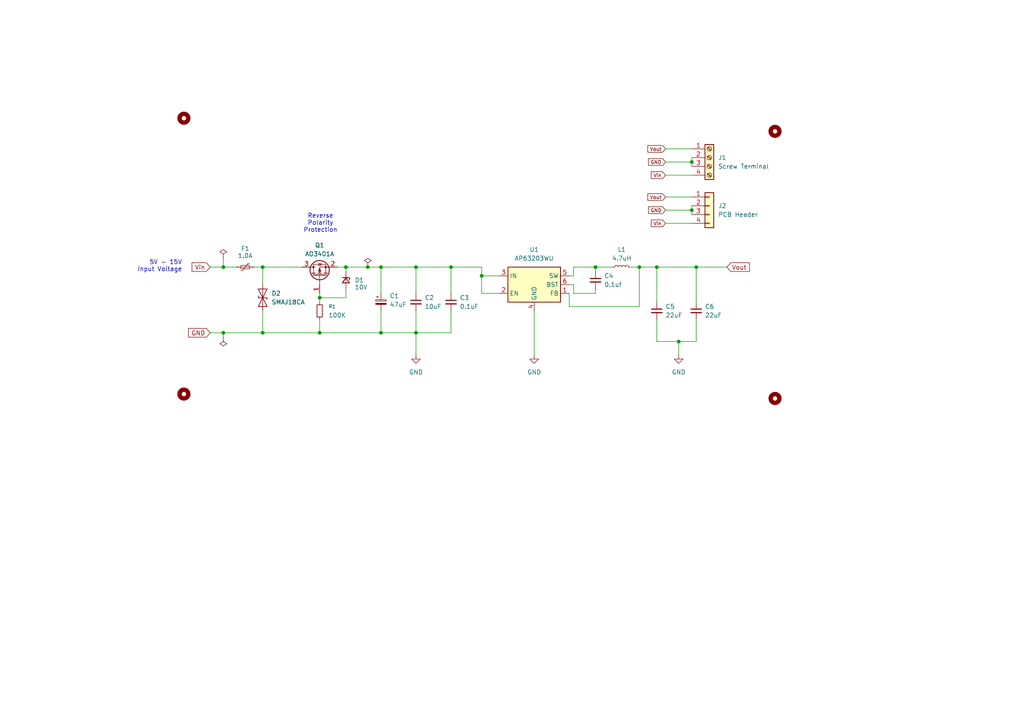
<source format=kicad_sch>
(kicad_sch (version 20250114) (generator "eeschema") (generator_version "9.0")
  (paper "A4")
  (lib_symbols
    (symbol "Connector:Screw_Terminal_01x04" (pin_names (offset 1.016) (hide yes))
      (property "Reference" "J" (at 0 5.08 0))
      (property "Value" "Screw_Terminal_01x04" (at 0 -7.62 0))
      (symbol "Screw_Terminal_01x04_1_1"
        (rectangle (start -1.27 3.81) (end 1.27 -6.35) (stroke (width 0.254)) (fill (type background)))
        (polyline (pts (xy -0.5334 2.8702) (xy 0.3302 2.032)) (stroke (width 0.1524)))
        (polyline (pts (xy -0.5334 0.3302) (xy 0.3302 -0.508)) (stroke (width 0.1524)))
        (polyline (pts (xy -0.5334 -2.2098) (xy 0.3302 -3.048)) (stroke (width 0.1524)))
        (polyline (pts (xy -0.5334 -4.7498) (xy 0.3302 -5.588)) (stroke (width 0.1524)))
        (polyline (pts (xy -0.3556 3.048) (xy 0.508 2.2098)) (stroke (width 0.1524)))
        (polyline (pts (xy -0.3556 0.508) (xy 0.508 -0.3302)) (stroke (width 0.1524)))
        (polyline (pts (xy -0.3556 -2.032) (xy 0.508 -2.8702)) (stroke (width 0.1524)))
        (polyline (pts (xy -0.3556 -4.572) (xy 0.508 -5.4102)) (stroke (width 0.1524)))
        (circle (center 0 2.54) (radius 0.635) (stroke (width 0.1524)))
        (circle (center 0 0) (radius 0.635) (stroke (width 0.1524)))
        (circle (center 0 -2.54) (radius 0.635) (stroke (width 0.1524)))
        (circle (center 0 -5.08) (radius 0.635) (stroke (width 0.1524)))
        (pin passive line (at -5.08 2.54 0) (length 3.81) (name "Pin_1") (number "1"))
        (pin passive line (at -5.08 0 0) (length 3.81) (name "Pin_2") (number "2"))
        (pin passive line (at -5.08 -2.54 0) (length 3.81) (name "Pin_3") (number "3"))
        (pin passive line (at -5.08 -5.08 0) (length 3.81) (name "Pin_4") (number "4"))
      )
    )
    (symbol "Connector_Generic:Conn_01x04" (pin_names (offset 1.016) (hide yes))
      (property "Reference" "J" (at 0 5.08 0))
      (property "Value" "Conn_01x04" (at 0 -7.62 0))
      (symbol "Conn_01x04_1_1"
        (rectangle (start -1.27 3.81) (end 1.27 -6.35) (stroke (width 0.254)) (fill (type background)))
        (rectangle (start -1.27 2.667) (end 0 2.413) (stroke (width 0.1524)))
        (rectangle (start -1.27 0.127) (end 0 -0.127) (stroke (width 0.1524)))
        (rectangle (start -1.27 -2.413) (end 0 -2.667) (stroke (width 0.1524)))
        (rectangle (start -1.27 -4.953) (end 0 -5.207) (stroke (width 0.1524)))
        (pin passive line (at -5.08 2.54 0) (length 3.81) (name "Pin_1") (number "1"))
        (pin passive line (at -5.08 0 0) (length 3.81) (name "Pin_2") (number "2"))
        (pin passive line (at -5.08 -2.54 0) (length 3.81) (name "Pin_3") (number "3"))
        (pin passive line (at -5.08 -5.08 0) (length 3.81) (name "Pin_4") (number "4"))
      )
    )
    (symbol "Device:C_Polarized_Small" (pin_numbers (hide yes)) (pin_names (offset 0.254) (hide yes))
      (property "Reference" "C" (at 0.254 1.778 0))
      (property "Value" "C_Polarized_Small" (at 0.254 -2.032 0))
      (symbol "C_Polarized_Small_0_1"
        (rectangle (start -1.524 0.6858) (end 1.524 0.3048))
        (rectangle (start -1.524 -0.3048) (end 1.524 -0.6858) (fill (type outline)))
        (polyline (pts (xy -1.27 1.524) (xy -0.762 1.524)))
        (polyline (pts (xy -1.016 1.27) (xy -1.016 1.778)))
      )
      (symbol "C_Polarized_Small_1_1"
        (pin passive line (at 0 2.54 270) (length 1.8542) (name "~") (number "1"))
        (pin passive line (at 0 -2.54 90) (length 1.8542) (name "~") (number "2"))
      )
    )
    (symbol "Device:C_Small" (pin_numbers (hide yes)) (pin_names (offset 0.254) (hide yes))
      (property "Reference" "C" (at 0.254 1.778 0))
      (property "Value" "C_Small" (at 0.254 -2.032 0))
      (symbol "C_Small_0_1"
        (polyline (pts (xy -1.524 0.508) (xy 1.524 0.508)) (stroke (width 0.3048)))
        (polyline (pts (xy -1.524 -0.508) (xy 1.524 -0.508)) (stroke (width 0.3302)))
      )
      (symbol "C_Small_1_1"
        (pin passive line (at 0 2.54 270) (length 2.032) (name "~") (number "1"))
        (pin passive line (at 0 -2.54 90) (length 2.032) (name "~") (number "2"))
      )
    )
    (symbol "Device:D_Zener_Small" (pin_numbers (hide yes)) (pin_names (offset 0.254) (hide yes))
      (property "Reference" "D" (at 0 2.286 0))
      (property "Value" "D_Zener_Small" (at 0 -2.286 0))
      (symbol "D_Zener_Small_0_1"
        (polyline (pts (xy -0.254 1.016) (xy -0.762 1.016) (xy -0.762 -1.016)) (stroke (width 0.254)))
        (polyline (pts (xy 0.762 1.016) (xy -0.762 0) (xy 0.762 -1.016) (xy 0.762 1.016)) (stroke (width 0.254)))
        (polyline (pts (xy 0.762 0) (xy -0.762 0)))
      )
      (symbol "D_Zener_Small_1_1"
        (pin passive line (at -2.54 0 0) (length 1.778) (name "K") (number "1"))
        (pin passive line (at 2.54 0 180) (length 1.778) (name "A") (number "2"))
      )
    )
    (symbol "Device:L_Small" (pin_numbers (hide yes)) (pin_names (offset 0.254) (hide yes))
      (property "Reference" "L" (at 0.762 1.016 0))
      (property "Value" "L_Small" (at 0.762 -1.016 0))
      (symbol "L_Small_0_1"
        (arc (start 0 2.032) (mid 0.5058 1.524) (end 0 1.016))
        (arc (start 0 1.016) (mid 0.5058 0.508) (end 0 0))
        (arc (start 0 0) (mid 0.5058 -0.508) (end 0 -1.016))
        (arc (start 0 -1.016) (mid 0.5058 -1.524) (end 0 -2.032))
      )
      (symbol "L_Small_1_1"
        (pin passive line (at 0 2.54 270) (length 0.508) (name "~") (number "1"))
        (pin passive line (at 0 -2.54 90) (length 0.508) (name "~") (number "2"))
      )
    )
    (symbol "Device:Polyfuse_Small" (pin_numbers (hide yes)) (pin_names (offset 0))
      (property "Reference" "F" (at -1.905 0 90))
      (property "Value" "Polyfuse_Small" (at 1.905 0 90))
      (symbol "Polyfuse_Small_0_1"
        (polyline (pts (xy -1.016 1.27) (xy -1.016 0.762) (xy 1.016 -0.762) (xy 1.016 -1.27)))
        (rectangle (start -0.508 1.27) (end 0.508 -1.27))
        (polyline (pts (xy 0 2.54) (xy 0 -2.54)))
      )
      (symbol "Polyfuse_Small_1_1"
        (pin passive line (at 0 2.54 270) (length 0.635) (name "~") (number "1"))
        (pin passive line (at 0 -2.54 90) (length 0.635) (name "~") (number "2"))
      )
    )
    (symbol "Device:R_Small" (pin_numbers (hide yes)) (pin_names (offset 0.254) (hide yes))
      (property "Reference" "R" (at 0 0 90))
      (property "Value" "R_Small" (at 1.778 0 90))
      (symbol "R_Small_0_1"
        (rectangle (start -0.762 1.778) (end 0.762 -1.778) (stroke (width 0.2032)))
      )
      (symbol "R_Small_1_1"
        (pin passive line (at 0 2.54 270) (length 0.762) (name "~") (number "1"))
        (pin passive line (at 0 -2.54 90) (length 0.762) (name "~") (number "2"))
      )
    )
    (symbol "Diode:SMAJ18CA" (pin_numbers (hide yes)) (pin_names (offset 1.016) (hide yes))
      (property "Reference" "D" (at 0 2.54 0))
      (property "Value" "SMAJ18CA" (at 0 -2.54 0))
      (symbol "SMAJ18CA_0_1"
        (polyline (pts (xy -2.54 -1.27) (xy 0 0) (xy -2.54 1.27) (xy -2.54 -1.27)) (stroke (width 0.2032)))
        (polyline (pts (xy 0.508 1.27) (xy 0 1.27) (xy 0 -1.27) (xy -0.508 -1.27)) (stroke (width 0.2032)))
        (polyline (pts (xy 1.27 0) (xy -1.27 0)))
        (polyline (pts (xy 2.54 1.27) (xy 2.54 -1.27) (xy 0 0) (xy 2.54 1.27)) (stroke (width 0.2032)))
      )
      (symbol "SMAJ18CA_1_1"
        (pin passive line (at -3.81 0 0) (length 2.54) (name "A1") (number "1"))
        (pin passive line (at 3.81 0 180) (length 2.54) (name "A2") (number "2"))
      )
    )
    (symbol "Mechanical:MountingHole" (pin_names (offset 1.016)) (in_bom no)
      (property "Reference" "H" (at 0 5.08 0))
      (property "Value" "MountingHole" (at 0 3.175 0))
      (symbol "MountingHole_0_1"
        (circle (center 0 0) (radius 1.27) (stroke (width 1.27)))
      )
    )
    (symbol "Regulator_Switching:AP63203WU"
      (property "Reference" "U" (at -7.62 6.35 0))
      (property "Value" "AP63203WU" (at 2.54 6.35 0))
      (symbol "AP63203WU_0_1"
        (rectangle (start -7.62 5.08) (end 7.62 -5.08) (stroke (width 0.254)) (fill (type background)))
      )
      (symbol "AP63203WU_1_1"
        (pin power_in line (at -10.16 2.54 0) (length 2.54) (name "IN") (number "3"))
        (pin input line (at -10.16 -2.54 0) (length 2.54) (name "EN") (number "2"))
        (pin power_in line (at 0 -7.62 90) (length 2.54) (name "GND") (number "4"))
        (pin output line (at 10.16 2.54 180) (length 2.54) (name "SW") (number "5"))
        (pin passive line (at 10.16 0 180) (length 2.54) (name "BST") (number "6"))
        (pin input line (at 10.16 -2.54 180) (length 2.54) (name "FB") (number "1"))
      )
    )
    (symbol "Transistor_FET:AO3401A" (pin_names (hide yes))
      (property "Reference" "Q" (at 5.08 1.905 0))
      (property "Value" "AO3401A" (at 5.08 0 0))
      (symbol "AO3401A_0_1"
        (polyline (pts (xy 0.254 1.905) (xy 0.254 -1.905)) (stroke (width 0.254)))
        (polyline (pts (xy 0.254 0) (xy -2.54 0)))
        (polyline (pts (xy 0.762 2.286) (xy 0.762 1.27)) (stroke (width 0.254)))
        (polyline (pts (xy 0.762 1.778) (xy 3.302 1.778) (xy 3.302 -1.778) (xy 0.762 -1.778)))
        (polyline (pts (xy 0.762 0.508) (xy 0.762 -0.508)) (stroke (width 0.254)))
        (polyline (pts (xy 0.762 -1.27) (xy 0.762 -2.286)) (stroke (width 0.254)))
        (circle (center 1.651 0) (radius 2.794) (stroke (width 0.254)))
        (polyline (pts (xy 2.286 0) (xy 1.27 0.381) (xy 1.27 -0.381) (xy 2.286 0)) (fill (type outline)))
        (polyline (pts (xy 2.54 2.54) (xy 2.54 1.778)))
        (circle (center 2.54 1.778) (radius 0.254) (fill (type outline)))
        (circle (center 2.54 -1.778) (radius 0.254) (fill (type outline)))
        (polyline (pts (xy 2.54 -2.54) (xy 2.54 0) (xy 0.762 0)))
        (polyline (pts (xy 2.794 -0.508) (xy 2.921 -0.381) (xy 3.683 -0.381) (xy 3.81 -0.254)))
        (polyline (pts (xy 3.302 -0.381) (xy 2.921 0.254) (xy 3.683 0.254) (xy 3.302 -0.381)))
      )
      (symbol "AO3401A_1_1"
        (pin input line (at -5.08 0 0) (length 2.54) (name "G") (number "1"))
        (pin passive line (at 2.54 5.08 270) (length 2.54) (name "D") (number "3"))
        (pin passive line (at 2.54 -5.08 90) (length 2.54) (name "S") (number "2"))
      )
    )
    (symbol "power:GND" (power) (pin_numbers (hide yes)) (pin_names (offset 0) (hide yes))
      (property "Value" "GND" (at 0 -3.81 0))
      (symbol "GND_0_1"
        (polyline (pts (xy 0 0) (xy 0 -1.27) (xy 1.27 -1.27) (xy 0 -2.54) (xy -1.27 -1.27) (xy 0 -1.27)))
      )
      (symbol "GND_1_1"
        (pin power_in line (at 0 0 270) (length 0) (name "~") (number "1"))
      )
    )
    (symbol "power:PWR_FLAG" (power) (pin_numbers (hide yes)) (pin_names (offset 0) (hide yes))
      (property "Value" "PWR_FLAG" (at 0 3.81 0))
      (symbol "PWR_FLAG_0_0"
        (pin power_out line (at 0 0 90) (length 0) (name "~") (number "1"))
      )
      (symbol "PWR_FLAG_0_1"
        (polyline (pts (xy 0 0) (xy 0 1.27) (xy -1.016 1.905) (xy 0 2.54) (xy 1.016 1.905) (xy 0 1.27)))
      )
    )
  )
  (text "Reverse\nPolarity\nProtection" (at 92.964 64.77 0) (effects (font (size 1.27 1.27))))
  (text "5V - 15V\nInput Voltage\n" (at 52.832 77.216 0) (effects (font (size 1.27 1.27)) (justify right)))
  (junction (at 190.5 77.47))
  (junction (at 110.49 77.47))
  (junction (at 110.49 96.52))
  (junction (at 64.77 77.47))
  (junction (at 200.66 46.99))
  (junction (at 120.65 96.52))
  (junction (at 92.71 86.36))
  (junction (at 185.42 77.47))
  (junction (at 76.2 96.52))
  (junction (at 196.85 99.06))
  (junction (at 92.71 96.52))
  (junction (at 172.72 77.47))
  (junction (at 201.93 77.47))
  (junction (at 106.68 77.47))
  (junction (at 100.33 77.47))
  (junction (at 200.66 60.96))
  (junction (at 120.65 77.47))
  (junction (at 139.7 80.01))
  (junction (at 64.77 96.52))
  (junction (at 130.81 77.47))
  (junction (at 76.2 77.47))
  (wire (pts (xy 100.33 86.36) (xy 100.33 83.82)))
  (wire (pts (xy 130.81 77.47) (xy 130.81 85.09)))
  (wire (pts (xy 193.04 50.8) (xy 200.66 50.8)))
  (wire (pts (xy 200.66 59.69) (xy 200.66 60.96)))
  (wire (pts (xy 196.85 99.06) (xy 196.85 102.87)))
  (wire (pts (xy 64.77 74.93) (xy 64.77 77.47)))
  (wire (pts (xy 166.37 77.47) (xy 172.72 77.47)))
  (wire (pts (xy 139.7 77.47) (xy 139.7 80.01)))
  (wire (pts (xy 201.93 77.47) (xy 201.93 87.63)))
  (wire (pts (xy 120.65 96.52) (xy 120.65 102.87)))
  (wire (pts (xy 139.7 85.09) (xy 139.7 80.01)))
  (wire (pts (xy 200.66 46.99) (xy 200.66 48.26)))
  (wire (pts (xy 130.81 77.47) (xy 139.7 77.47)))
  (wire (pts (xy 193.04 46.99) (xy 200.66 46.99)))
  (wire (pts (xy 185.42 77.47) (xy 190.5 77.47)))
  (wire (pts (xy 100.33 78.74) (xy 100.33 77.47)))
  (wire (pts (xy 193.04 64.77) (xy 200.66 64.77)))
  (wire (pts (xy 193.04 43.18) (xy 200.66 43.18)))
  (wire (pts (xy 165.1 88.9) (xy 165.1 85.09)))
  (wire (pts (xy 190.5 99.06) (xy 196.85 99.06)))
  (wire (pts (xy 76.2 77.47) (xy 87.63 77.47)))
  (wire (pts (xy 92.71 92.71) (xy 92.71 96.52)))
  (wire (pts (xy 154.94 90.17) (xy 154.94 102.87)))
  (wire (pts (xy 165.1 82.55) (xy 166.37 82.55)))
  (wire (pts (xy 172.72 77.47) (xy 177.8 77.47)))
  (wire (pts (xy 110.49 90.17) (xy 110.49 96.52)))
  (wire (pts (xy 196.85 99.06) (xy 201.93 99.06)))
  (wire (pts (xy 190.5 77.47) (xy 190.5 87.63)))
  (wire (pts (xy 64.77 96.52) (xy 76.2 96.52)))
  (wire (pts (xy 190.5 92.71) (xy 190.5 99.06)))
  (wire (pts (xy 182.88 77.47) (xy 185.42 77.47)))
  (wire (pts (xy 120.65 90.17) (xy 120.65 96.52)))
  (wire (pts (xy 185.42 88.9) (xy 165.1 88.9)))
  (wire (pts (xy 139.7 80.01) (xy 144.78 80.01)))
  (wire (pts (xy 172.72 85.09) (xy 172.72 83.82)))
  (wire (pts (xy 110.49 77.47) (xy 110.49 85.09)))
  (wire (pts (xy 200.66 60.96) (xy 200.66 62.23)))
  (wire (pts (xy 106.68 77.47) (xy 110.49 77.47)))
  (wire (pts (xy 166.37 85.09) (xy 172.72 85.09)))
  (wire (pts (xy 97.79 77.47) (xy 100.33 77.47)))
  (wire (pts (xy 120.65 77.47) (xy 130.81 77.47)))
  (wire (pts (xy 201.93 77.47) (xy 210.82 77.47)))
  (wire (pts (xy 139.7 85.09) (xy 144.78 85.09)))
  (wire (pts (xy 120.65 96.52) (xy 130.81 96.52)))
  (wire (pts (xy 193.04 60.96) (xy 200.66 60.96)))
  (wire (pts (xy 190.5 77.47) (xy 201.93 77.47)))
  (wire (pts (xy 166.37 80.01) (xy 165.1 80.01)))
  (wire (pts (xy 120.65 77.47) (xy 120.65 85.09)))
  (wire (pts (xy 92.71 96.52) (xy 110.49 96.52)))
  (wire (pts (xy 100.33 77.47) (xy 106.68 77.47)))
  (wire (pts (xy 92.71 86.36) (xy 92.71 87.63)))
  (wire (pts (xy 76.2 90.17) (xy 76.2 96.52)))
  (wire (pts (xy 73.66 77.47) (xy 76.2 77.47)))
  (wire (pts (xy 193.04 57.15) (xy 200.66 57.15)))
  (wire (pts (xy 185.42 77.47) (xy 185.42 88.9)))
  (wire (pts (xy 110.49 77.47) (xy 120.65 77.47)))
  (wire (pts (xy 166.37 77.47) (xy 166.37 80.01)))
  (wire (pts (xy 64.77 96.52) (xy 64.77 97.79)))
  (wire (pts (xy 201.93 99.06) (xy 201.93 92.71)))
  (wire (pts (xy 76.2 77.47) (xy 76.2 82.55)))
  (wire (pts (xy 64.77 77.47) (xy 68.58 77.47)))
  (wire (pts (xy 76.2 96.52) (xy 92.71 96.52)))
  (wire (pts (xy 60.96 96.52) (xy 64.77 96.52)))
  (wire (pts (xy 200.66 45.72) (xy 200.66 46.99)))
  (wire (pts (xy 130.81 96.52) (xy 130.81 90.17)))
  (wire (pts (xy 166.37 82.55) (xy 166.37 85.09)))
  (wire (pts (xy 60.96 77.47) (xy 64.77 77.47)))
  (wire (pts (xy 172.72 77.47) (xy 172.72 78.74)))
  (wire (pts (xy 92.71 85.09) (xy 92.71 86.36)))
  (wire (pts (xy 92.71 86.36) (xy 100.33 86.36)))
  (wire (pts (xy 110.49 96.52) (xy 120.65 96.52)))
  (global_label "GND" (shape input) (at 193.04 46.99 180) (effects (font (size 1 1))) (property "Intersheetrefs" "${INTERSHEET_REFS}" (effects (hide yes))))
  (global_label "Vout" (shape input) (at 193.04 43.18 180) (effects (font (size 1 1))) (property "Intersheetrefs" "${INTERSHEET_REFS}" (effects (hide yes))))
  (global_label "GND" (shape input) (at 60.96 96.52 180) (property "Intersheetrefs" "${INTERSHEET_REFS}" (effects (hide yes))))
  (global_label "Vout" (shape input) (at 210.82 77.47 0) (property "Intersheetrefs" "${INTERSHEET_REFS}" (effects (hide yes))))
  (global_label "Vin" (shape input) (at 60.96 77.47 180) (property "Intersheetrefs" "${INTERSHEET_REFS}" (effects (hide yes))))
  (global_label "GND" (shape input) (at 193.04 60.96 180) (effects (font (size 1 1))) (property "Intersheetrefs" "${INTERSHEET_REFS}" (effects (hide yes))))
  (global_label "Vin" (shape input) (at 193.04 64.77 180) (effects (font (size 1 1))) (property "Intersheetrefs" "${INTERSHEET_REFS}" (effects (hide yes))))
  (global_label "Vin" (shape input) (at 193.04 50.8 180) (effects (font (size 1 1))) (property "Intersheetrefs" "${INTERSHEET_REFS}" (effects (hide yes))))
  (global_label "Vout" (shape input) (at 193.04 57.15 180) (effects (font (size 1 1))) (property "Intersheetrefs" "${INTERSHEET_REFS}" (effects (hide yes))))
  (symbol (lib_id "Connector:Screw_Terminal_01x04") (at 205.74 45.72 0) (unit 1)
    (property "Reference" "J1" (at 208.28 45.7199 0) (effects (justify left)))
    (property "Value" "Screw Terminal" (at 208.28 48.2599 0) (effects (justify left)))
    (property "Footprint" "Connector_Phoenix_MC:PhoenixContact_MC_1,5_4-G-3.5_1x04_P3.50mm_Horizontal" (effects (hide yes)))
    (property "Description" "Generic screw terminal, single row, 01x04, script generated (kicad-library-utils/schlib/autogen/connector/)" (effects (hide yes)))
  )
  (symbol (lib_id "Device:C_Small") (at 201.93 90.17 0) (unit 1)
    (property "Reference" "C6" (at 204.47 88.9062 0) (effects (justify left)))
    (property "Value" "22uF" (at 204.47 91.4462 0) (effects (justify left)))
    (property "Footprint" "Capacitor_SMD:C_0805_2012Metric" (effects (hide yes)))
    (property "Description" "Unpolarized capacitor, small symbol" (effects (hide yes)))
    (property "LCSC" "C45783" (effects (hide yes)))
  )
  (symbol (lib_id "power:PWR_FLAG") (at 64.77 74.93 0) (unit 1)
    (property "Reference" "#FLG03" (effects (hide yes)))
    (property "Value" "PWR_FLAG" (effects (hide yes)))
    (property "Description" "Special symbol for telling ERC where power comes from" (effects (hide yes)))
  )
  (symbol (lib_id "Regulator_Switching:AP63203WU") (at 154.94 82.55 0) (unit 1)
    (property "Reference" "U1" (at 154.94 72.39 0))
    (property "Value" "AP63203WU" (at 154.94 74.93 0))
    (property "Footprint" "Package_TO_SOT_SMD:TSOT-23-6" (effects (hide yes)))
    (property "Datasheet" "https://www.diodes.com/assets/Datasheets/AP63200-AP63201-AP63203-AP63205.pdf" (effects (hide yes)))
    (property "Description" "2A, 1.1MHz Buck DC/DC Converter, fixed 3.3V output voltage, TSOT-23-6" (effects (hide yes)))
    (property "LCSC" "C780769" (effects (hide yes)))
  )
  (symbol (lib_id "Device:Polyfuse_Small") (at 71.12 77.47 90) (unit 1)
    (property "Reference" "F1" (at 71.12 72.136 90))
    (property "Value" "1.0A" (at 71.12 74.168 90))
    (property "Footprint" "Fuse:Fuse_1206_3216Metric" (effects (hide yes)))
    (property "Description" "Resettable fuse, polymeric positive temperature coefficient, small symbol" (effects (hide yes)))
    (property "LCSC" "C22435907" (effects (hide yes)))
  )
  (symbol (lib_id "Device:C_Small") (at 130.81 87.63 0) (unit 1)
    (property "Reference" "C3" (at 133.35 86.3662 0) (effects (justify left)))
    (property "Value" "0.1uF" (at 133.35 88.9062 0) (effects (justify left)))
    (property "Footprint" "Capacitor_SMD:C_0603_1608Metric" (effects (hide yes)))
    (property "Description" "Unpolarized capacitor, small symbol" (effects (hide yes)))
    (property "LCSC" "C14663" (effects (hide yes)))
  )
  (symbol (lib_id "Mechanical:MountingHole") (at 53.34 114.3 0) (unit 1) (in_bom no)
    (property "Reference" "H3" (effects (hide yes)))
    (property "Value" "MountingHole" (effects (hide yes)))
    (property "Footprint" "MountingHole:MountingHole_2.2mm_M2" (effects (hide yes)))
    (property "Description" "Mounting Hole without connection" (effects (hide yes)))
  )
  (symbol (lib_id "power:GND") (at 154.94 102.87 0) (unit 1)
    (property "Reference" "#PWR01" (effects (hide yes)))
    (property "Value" "GND" (at 154.94 107.95 0))
    (property "Description" "Power symbol creates a global label with name \"GND\" , ground" (effects (hide yes)))
  )
  (symbol (lib_id "Transistor_FET:AO3401A") (at 92.71 80.01 90) (unit 1)
    (property "Reference" "Q1" (at 92.71 71.12 90))
    (property "Value" "AO3401A" (at 92.71 73.66 90))
    (property "Footprint" "Package_TO_SOT_SMD:SOT-23" (effects (hide yes)))
    (property "Datasheet" "http://www.aosmd.com/pdfs/datasheet/AO3401A.pdf" (effects (hide yes)))
    (property "Description" "-4.0A Id, -30V Vds, P-Channel MOSFET, SOT-23" (effects (hide yes)))
    (property "LCSC" "C15127" (effects (hide yes)))
  )
  (symbol (lib_id "Device:L_Small") (at 180.34 77.47 90) (unit 1)
    (property "Reference" "L1" (at 180.34 72.39 90))
    (property "Value" "4.7uH" (at 180.34 74.93 90))
    (property "Footprint" "Inductor_SMD:L_1812_4532Metric" (effects (hide yes)))
    (property "Description" "Inductor, small symbol" (effects (hide yes)))
    (property "LCSC" "C394127" (effects (hide yes)))
  )
  (symbol (lib_id "Mechanical:MountingHole") (at 53.34 34.29 0) (unit 1) (in_bom no)
    (property "Reference" "H1" (effects (hide yes)))
    (property "Value" "MountingHole" (effects (hide yes)))
    (property "Footprint" "MountingHole:MountingHole_2.2mm_M2" (effects (hide yes)))
    (property "Description" "Mounting Hole without connection" (effects (hide yes)))
  )
  (symbol (lib_id "power:GND") (at 196.85 102.87 0) (unit 1)
    (property "Reference" "#PWR02" (effects (hide yes)))
    (property "Value" "GND" (at 196.85 107.95 0))
    (property "Description" "Power symbol creates a global label with name \"GND\" , ground" (effects (hide yes)))
  )
  (symbol (lib_id "Mechanical:MountingHole") (at 224.79 115.57 0) (unit 1) (in_bom no)
    (property "Reference" "H4" (effects (hide yes)))
    (property "Value" "MountingHole" (effects (hide yes)))
    (property "Footprint" "MountingHole:MountingHole_2.2mm_M2" (effects (hide yes)))
    (property "Description" "Mounting Hole without connection" (effects (hide yes)))
  )
  (symbol (lib_id "Device:D_Zener_Small") (at 100.33 81.28 270) (unit 1)
    (property "Reference" "D1" (at 102.87 81.2799 90) (effects (justify left)))
    (property "Value" "10V" (at 102.87 83.312 90) (effects (justify left)))
    (property "Footprint" "Diode_SMD:D_SOD-123" (effects (hide yes)))
    (property "Description" "Zener diode, small symbol" (effects (hide yes)))
    (property "LCSC" "C571378" (effects (hide yes)))
  )
  (symbol (lib_id "power:PWR_FLAG") (at 64.77 97.79 180) (unit 1)
    (property "Reference" "#FLG01" (effects (hide yes)))
    (property "Value" "PWR_FLAG" (effects (hide yes)))
    (property "Description" "Special symbol for telling ERC where power comes from" (effects (hide yes)))
  )
  (symbol (lib_id "Device:C_Small") (at 190.5 90.17 0) (unit 1)
    (property "Reference" "C5" (at 193.04 88.9062 0) (effects (justify left)))
    (property "Value" "22uF" (at 193.04 91.4462 0) (effects (justify left)))
    (property "Footprint" "Capacitor_SMD:C_0805_2012Metric" (effects (hide yes)))
    (property "Description" "Unpolarized capacitor, small symbol" (effects (hide yes)))
    (property "LCSC" "C45783" (effects (hide yes)))
  )
  (symbol (lib_id "Device:C_Polarized_Small") (at 110.49 87.63 0) (unit 1)
    (property "Reference" "C1" (at 113.03 85.8138 0) (effects (justify left)))
    (property "Value" "47uF" (at 113.03 88.3538 0) (effects (justify left)))
    (property "Footprint" "Capacitor_SMD:CP_Elec_6.3x5.8" (effects (hide yes)))
    (property "Description" "Polarized capacitor, small symbol" (effects (hide yes)))
    (property "LCSC" "C336302" (effects (hide yes)))
  )
  (symbol (lib_id "Device:C_Small") (at 172.72 81.28 0) (unit 1)
    (property "Reference" "C4" (at 175.26 80.0162 0) (effects (justify left)))
    (property "Value" "0.1uf" (at 175.26 82.5562 0) (effects (justify left)))
    (property "Footprint" "Capacitor_SMD:C_0603_1608Metric" (effects (hide yes)))
    (property "Description" "Unpolarized capacitor, small symbol" (effects (hide yes)))
    (property "LCSC" "C14663" (effects (hide yes)))
  )
  (symbol (lib_id "Diode:SMAJ18CA") (at 76.2 86.36 90) (unit 1)
    (property "Reference" "D2" (at 78.74 85.0899 90) (effects (justify right)))
    (property "Value" "SMAJ18CA" (at 78.74 87.6299 90) (effects (justify right)))
    (property "Footprint" "Diode_SMD:D_SMA" (effects (hide yes)))
    (property "Datasheet" "https://www.littelfuse.com/media?resourcetype=datasheets&itemid=75e32973-b177-4ee3-a0ff-cedaf1abdb93&filename=smaj-datasheet" (effects (hide yes)))
    (property "Description" "400W bidirectional Transient Voltage Suppressor, 18.0Vr, SMA(DO-214AC)" (effects (hide yes)))
    (property "LCSC" "C151240" (effects (hide yes)))
  )
  (symbol (lib_id "Device:R_Small") (at 92.71 90.17 0) (unit 1)
    (property "Reference" "R1" (at 95.25 88.8999 0) (effects (font (size 1.016 1.016)) (justify left)))
    (property "Value" "100K" (at 95.25 91.4399 0) (effects (justify left)))
    (property "Footprint" "Resistor_SMD:R_0603_1608Metric" (effects (hide yes)))
    (property "Description" "Resistor, small symbol" (effects (hide yes)))
    (property "LCSC" "C25803" (effects (hide yes)))
  )
  (symbol (lib_id "Connector_Generic:Conn_01x04") (at 205.74 59.69 0) (unit 1)
    (property "Reference" "J2" (at 208.28 59.6899 0) (effects (justify left)))
    (property "Value" "PCB Header" (at 208.28 62.2299 0) (effects (justify left)))
    (property "Footprint" "Connector_PinHeader_2.54mm:PinHeader_1x04_P2.54mm_Vertical" (effects (hide yes)))
    (property "Description" "Generic connector, single row, 01x04, script generated (kicad-library-utils/schlib/autogen/connector/)" (effects (hide yes)))
  )
  (symbol (lib_id "Device:C_Small") (at 120.65 87.63 0) (unit 1)
    (property "Reference" "C2" (at 123.19 86.3662 0) (effects (justify left)))
    (property "Value" "10uF" (at 123.19 88.9062 0) (effects (justify left)))
    (property "Footprint" "Capacitor_SMD:C_0805_2012Metric" (effects (hide yes)))
    (property "Description" "Unpolarized capacitor, small symbol" (effects (hide yes)))
    (property "LCSC" "C15850" (effects (hide yes)))
  )
  (symbol (lib_id "power:PWR_FLAG") (at 106.68 77.47 0) (unit 1)
    (property "Reference" "#FLG02" (effects (hide yes)))
    (property "Value" "PWR_FLAG" (effects (hide yes)))
    (property "Description" "Special symbol for telling ERC where power comes from" (effects (hide yes)))
  )
  (symbol (lib_id "power:GND") (at 120.65 102.87 0) (unit 1)
    (property "Reference" "#PWR03" (effects (hide yes)))
    (property "Value" "GND" (at 120.65 107.95 0))
    (property "Description" "Power symbol creates a global label with name \"GND\" , ground" (effects (hide yes)))
  )
  (symbol (lib_id "Mechanical:MountingHole") (at 224.79 38.1 0) (unit 1) (in_bom no)
    (property "Reference" "H2" (effects (hide yes)))
    (property "Value" "MountingHole" (effects (hide yes)))
    (property "Footprint" "MountingHole:MountingHole_2.2mm_M2" (effects (hide yes)))
    (property "Description" "Mounting Hole without connection" (effects (hide yes)))
  )
)
</source>
